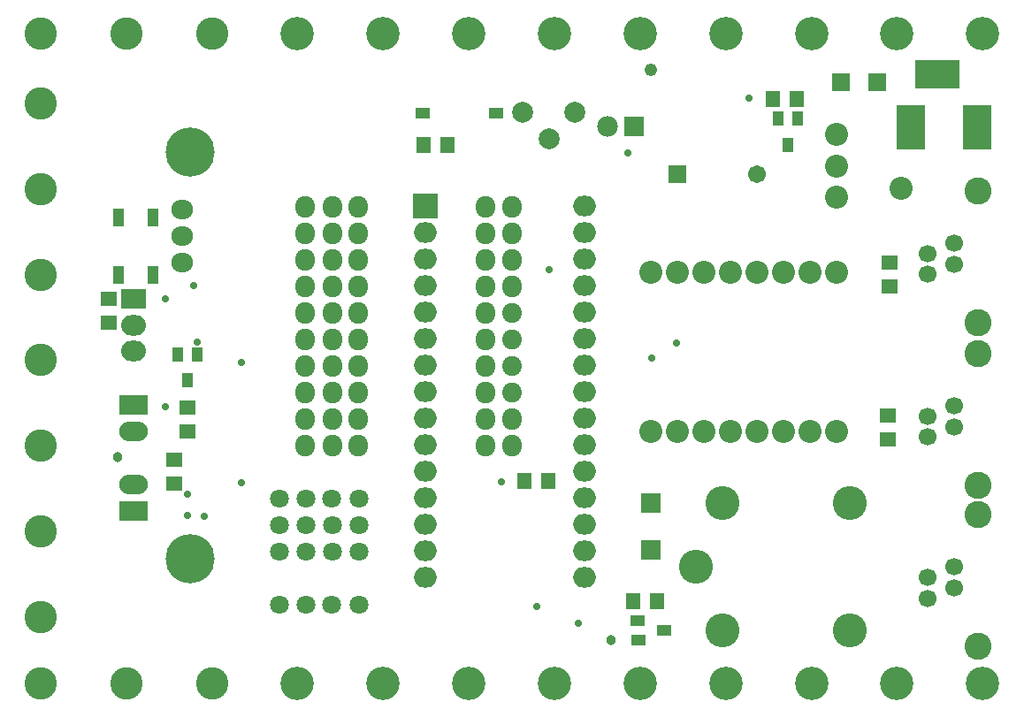
<source format=gts>
G04 Layer_Color=8388736*
%FSTAX24Y24*%
%MOIN*%
G70*
G01*
G75*
%ADD62R,0.0552X0.0395*%
%ADD63R,0.0680X0.0680*%
%ADD64R,0.0415X0.0552*%
%ADD65R,0.0580X0.0630*%
%ADD66R,0.0630X0.0580*%
%ADD67R,0.0552X0.0415*%
%ADD68R,0.0780X0.0780*%
%ADD69R,0.0434X0.0671*%
%ADD70O,0.0860X0.0780*%
%ADD71R,0.0946X0.0946*%
%ADD72O,0.0730X0.0830*%
%ADD73O,0.0830X0.0730*%
%ADD74O,0.0730X0.0760*%
%ADD75C,0.1220*%
%ADD76C,0.0867*%
%ADD77C,0.1852*%
%ADD78C,0.0710*%
%ADD79R,0.1080X0.0730*%
%ADD80O,0.1080X0.0730*%
%ADD81O,0.0930X0.0780*%
%ADD82R,0.0930X0.0780*%
%ADD83R,0.1080X0.1680*%
%ADD84R,0.1680X0.1080*%
%ADD85C,0.1261*%
%ADD86C,0.0671*%
%ADD87R,0.0671X0.0671*%
%ADD88C,0.0789*%
%ADD89C,0.0780*%
%ADD90C,0.1280*%
%ADD91C,0.0669*%
%ADD92C,0.1024*%
%ADD93C,0.0280*%
%ADD94C,0.0480*%
%ADD95C,0.0380*%
D62*
X049658Y04249D02*
D03*
X046902D02*
D03*
D63*
X064015Y043661D02*
D03*
X062665D02*
D03*
D64*
X03802Y032418D02*
D03*
X03765Y0334D02*
D03*
X038394Y033402D02*
D03*
X060646Y041301D02*
D03*
X060276Y042283D02*
D03*
X06102Y042286D02*
D03*
D65*
X046925Y041291D02*
D03*
X047825D02*
D03*
X061001Y043032D02*
D03*
X060101D02*
D03*
X055726Y024094D02*
D03*
X054826D02*
D03*
X051625Y028611D02*
D03*
X050725D02*
D03*
D66*
X064409Y03108D02*
D03*
Y03018D02*
D03*
X064488Y035967D02*
D03*
Y036867D02*
D03*
X03753Y02853D02*
D03*
Y02943D02*
D03*
X038025Y030501D02*
D03*
Y031401D02*
D03*
X03505Y03549D02*
D03*
Y03459D02*
D03*
D67*
X055992Y023D02*
D03*
X05501Y02263D02*
D03*
X055008Y023374D02*
D03*
D68*
X05548Y0278D02*
D03*
Y026028D02*
D03*
X054843Y042008D02*
D03*
D69*
X036732Y038543D02*
D03*
X035433D02*
D03*
X036732Y036378D02*
D03*
X035433D02*
D03*
D70*
X053Y039D02*
D03*
X047Y031D02*
D03*
X053Y038D02*
D03*
Y037D02*
D03*
Y036D02*
D03*
Y035D02*
D03*
Y034D02*
D03*
Y033D02*
D03*
Y032D02*
D03*
Y031D02*
D03*
Y03D02*
D03*
Y029D02*
D03*
Y028D02*
D03*
Y027D02*
D03*
Y026D02*
D03*
Y025D02*
D03*
X047D02*
D03*
Y026D02*
D03*
Y027D02*
D03*
Y028D02*
D03*
Y029D02*
D03*
Y03D02*
D03*
Y032D02*
D03*
Y033D02*
D03*
Y034D02*
D03*
Y035D02*
D03*
Y036D02*
D03*
Y037D02*
D03*
Y038D02*
D03*
D71*
Y039D02*
D03*
D72*
X044465Y035961D02*
D03*
X043485D02*
D03*
X042475D02*
D03*
X049265Y029961D02*
D03*
X050275D02*
D03*
X049265Y030961D02*
D03*
X050275D02*
D03*
X049255Y031961D02*
D03*
X049265Y032961D02*
D03*
X050265Y036961D02*
D03*
X049255D02*
D03*
X050275Y037961D02*
D03*
X049265D02*
D03*
Y038961D02*
D03*
X050275D02*
D03*
X049255Y033961D02*
D03*
Y035961D02*
D03*
X050265D02*
D03*
X049265Y034961D02*
D03*
X044465Y036961D02*
D03*
X043485D02*
D03*
X042475D02*
D03*
X044465Y037961D02*
D03*
X043485D02*
D03*
X042475D02*
D03*
X044465Y038961D02*
D03*
X043485D02*
D03*
X042475D02*
D03*
X044465Y034961D02*
D03*
X043485D02*
D03*
X042475D02*
D03*
X044465Y033961D02*
D03*
X043485D02*
D03*
X042475D02*
D03*
X044465Y032961D02*
D03*
X043485D02*
D03*
X042475D02*
D03*
X044465Y031961D02*
D03*
X043485D02*
D03*
X042475D02*
D03*
X044465Y030961D02*
D03*
X043485D02*
D03*
X042475D02*
D03*
X044465Y029961D02*
D03*
X043485D02*
D03*
X042475D02*
D03*
D73*
X037835Y038854D02*
D03*
Y037874D02*
D03*
Y036864D02*
D03*
D74*
X050265Y031961D02*
D03*
X050275Y032961D02*
D03*
X050265Y033961D02*
D03*
X050275Y034961D02*
D03*
D75*
X032488Y021D02*
D03*
X035717Y0455D02*
D03*
X038945D02*
D03*
X035717Y021D02*
D03*
X038945D02*
D03*
X032488Y0455D02*
D03*
Y039634D02*
D03*
Y042862D02*
D03*
Y036406D02*
D03*
Y033177D02*
D03*
Y029949D02*
D03*
Y02672D02*
D03*
Y023492D02*
D03*
D76*
X0625Y041681D02*
D03*
Y0405D02*
D03*
Y039319D02*
D03*
X0555Y0305D02*
D03*
X0565D02*
D03*
X0575D02*
D03*
X0585D02*
D03*
X0595D02*
D03*
X0605D02*
D03*
X0615D02*
D03*
X0625D02*
D03*
Y0365D02*
D03*
X0615D02*
D03*
X0605D02*
D03*
X0595D02*
D03*
X0585D02*
D03*
X0575D02*
D03*
X0565D02*
D03*
X0555D02*
D03*
X064921Y039646D02*
D03*
D77*
X03812Y04103D02*
D03*
Y025676D02*
D03*
D78*
X041485Y023961D02*
D03*
X042495D02*
D03*
X043475D02*
D03*
X044485D02*
D03*
X044495Y025961D02*
D03*
X043485D02*
D03*
X042505D02*
D03*
X041495D02*
D03*
X044495Y026961D02*
D03*
X043485D02*
D03*
X042505D02*
D03*
X041495D02*
D03*
X044485Y027961D02*
D03*
X043475D02*
D03*
X042495D02*
D03*
X041485D02*
D03*
D79*
X036Y0315D02*
D03*
Y0275D02*
D03*
D80*
Y0305D02*
D03*
Y0285D02*
D03*
D81*
Y03351D02*
D03*
Y03449D02*
D03*
D82*
Y0355D02*
D03*
D83*
X065295Y041968D02*
D03*
X067795D02*
D03*
D84*
X066295Y043969D02*
D03*
D85*
X051858Y0455D02*
D03*
X055087D02*
D03*
X058315D02*
D03*
X04863D02*
D03*
X045402D02*
D03*
X042173D02*
D03*
X061543D02*
D03*
X064772D02*
D03*
X068D02*
D03*
X042173Y021D02*
D03*
X045402D02*
D03*
X04863D02*
D03*
X068D02*
D03*
X064772D02*
D03*
X061543D02*
D03*
X058315D02*
D03*
X055087D02*
D03*
X051858D02*
D03*
D86*
X059488Y040197D02*
D03*
D87*
X056488Y040192D02*
D03*
D88*
X051654Y041535D02*
D03*
X050669Y04252D02*
D03*
X052638D02*
D03*
D89*
X053843Y042008D02*
D03*
D90*
X0582Y023D02*
D03*
X063Y0278D02*
D03*
X0572Y0254D02*
D03*
X063Y023D02*
D03*
X0582Y0278D02*
D03*
D91*
X065935Y024984D02*
D03*
Y024197D02*
D03*
X066935Y025378D02*
D03*
Y024591D02*
D03*
X065935Y031064D02*
D03*
Y030277D02*
D03*
X066935Y031458D02*
D03*
Y030671D02*
D03*
X065935Y037199D02*
D03*
Y036412D02*
D03*
X066935Y037593D02*
D03*
Y036805D02*
D03*
D92*
X067841Y022386D02*
D03*
Y027347D02*
D03*
Y028466D02*
D03*
Y033427D02*
D03*
Y034601D02*
D03*
Y039561D02*
D03*
D93*
X049865Y028601D02*
D03*
X051655Y036601D02*
D03*
X038245Y035981D02*
D03*
X05277Y023256D02*
D03*
X0512Y023876D02*
D03*
X05647Y033816D02*
D03*
X055515Y033256D02*
D03*
X038379Y033871D02*
D03*
X04007Y033106D02*
D03*
X03866Y02729D02*
D03*
X03802Y02731D02*
D03*
X03801Y02814D02*
D03*
X04007Y02857D02*
D03*
X05918Y04306D02*
D03*
X05463Y041D02*
D03*
X03718Y0355D02*
D03*
X0372Y03143D02*
D03*
D94*
X05549Y04411D02*
D03*
D95*
X054Y02263D02*
D03*
X03539Y02951D02*
D03*
M02*

</source>
